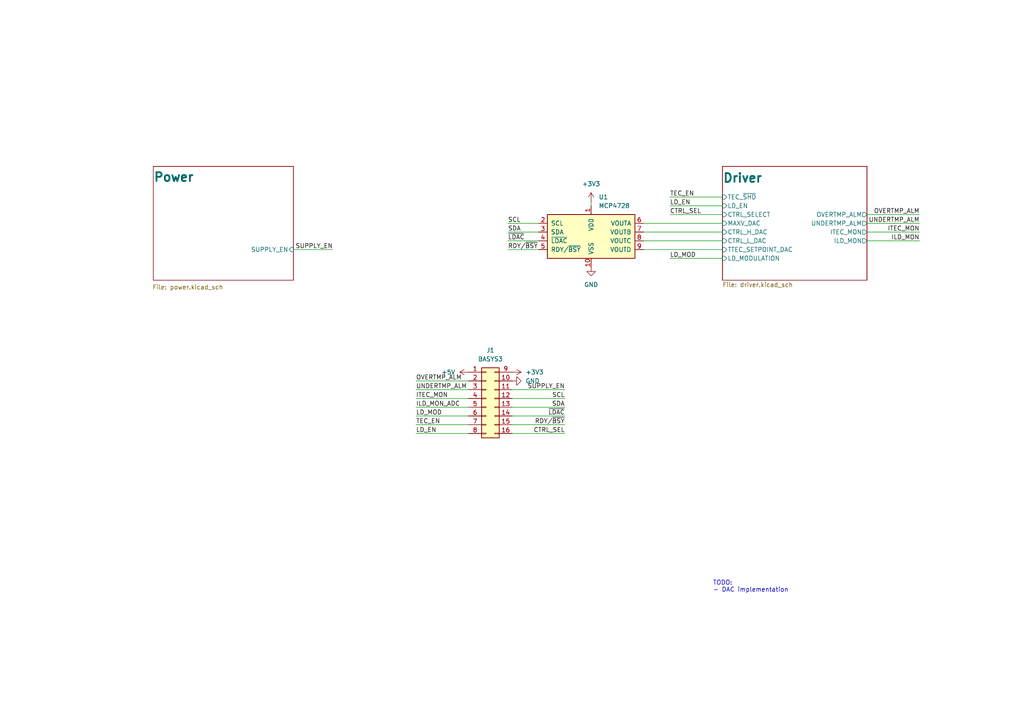
<source format=kicad_sch>
(kicad_sch (version 20231120) (generator "eeschema") (generator_version "8.0")
  (paper "A4")
  (title_block (title "Laser Diode Driver") (date "2024-03-27") (comment 1 "Mirco Tollardo"))
  (lib_symbols
    (symbol "Analog_DAC:MCP4728" (pin_names (offset 1.016))
      (property "Reference" "U" (at -12.7 6.35 0))
      (property "Value" "MCP4728" (at 12.7 6.35 0))
      (symbol "MCP4728_0_1"
        (rectangle (start -12.7 5.08) (end 12.7 -7.62) (stroke (width 0.254)) (fill (type background)))
      )
      (symbol "MCP4728_1_1"
        (pin power_in line (at 0 7.62 270) (length 2.54) (name "VDD") (number "1"))
        (pin power_in line (at 0 -10.16 90) (length 2.54) (name "VSS") (number "10"))
        (pin input line (at -15.24 2.54 0) (length 2.54) (name "SCL") (number "2"))
        (pin bidirectional line (at -15.24 0 0) (length 2.54) (name "SDA") (number "3"))
        (pin input line (at -15.24 -2.54 0) (length 2.54) (name "~{LDAC}") (number "4"))
        (pin output line (at -15.24 -5.08 0) (length 2.54) (name "RDY/~{BSY}") (number "5"))
        (pin output line (at 15.24 2.54 180) (length 2.54) (name "VOUTA") (number "6"))
        (pin output line (at 15.24 0 180) (length 2.54) (name "VOUTB") (number "7"))
        (pin output line (at 15.24 -2.54 180) (length 2.54) (name "VOUTC") (number "8"))
        (pin output line (at 15.24 -5.08 180) (length 2.54) (name "VOUTD") (number "9"))
      )
    )
    (symbol "Connector_Generic:Conn_02x08_Top_Bottom" (pin_names (offset 1.016) hide)
      (property "Reference" "J" (at 1.27 10.16 0))
      (property "Value" "Conn_02x08_Top_Bottom" (at 1.27 -12.7 0))
      (symbol "Conn_02x08_Top_Bottom_1_1"
        (rectangle (start -1.27 -10.033) (end 0 -10.287) (stroke (width 0.1524)))
        (rectangle (start -1.27 -7.493) (end 0 -7.747) (stroke (width 0.1524)))
        (rectangle (start -1.27 -4.953) (end 0 -5.207) (stroke (width 0.1524)))
        (rectangle (start -1.27 -2.413) (end 0 -2.667) (stroke (width 0.1524)))
        (rectangle (start -1.27 0.127) (end 0 -0.127) (stroke (width 0.1524)))
        (rectangle (start -1.27 2.667) (end 0 2.413) (stroke (width 0.1524)))
        (rectangle (start -1.27 5.207) (end 0 4.953) (stroke (width 0.1524)))
        (rectangle (start -1.27 7.747) (end 0 7.493) (stroke (width 0.1524)))
        (rectangle (start -1.27 8.89) (end 3.81 -11.43) (stroke (width 0.254)) (fill (type background)))
        (rectangle (start 3.81 -10.033) (end 2.54 -10.287) (stroke (width 0.1524)))
        (rectangle (start 3.81 -7.493) (end 2.54 -7.747) (stroke (width 0.1524)))
        (rectangle (start 3.81 -4.953) (end 2.54 -5.207) (stroke (width 0.1524)))
        (rectangle (start 3.81 -2.413) (end 2.54 -2.667) (stroke (width 0.1524)))
        (rectangle (start 3.81 0.127) (end 2.54 -0.127) (stroke (width 0.1524)))
        (rectangle (start 3.81 2.667) (end 2.54 2.413) (stroke (width 0.1524)))
        (rectangle (start 3.81 5.207) (end 2.54 4.953) (stroke (width 0.1524)))
        (rectangle (start 3.81 7.747) (end 2.54 7.493) (stroke (width 0.1524)))
        (pin passive line (at -5.08 7.62 0) (length 3.81) (name "Pin_1") (number "1"))
        (pin passive line (at 7.62 5.08 180) (length 3.81) (name "Pin_10") (number "10"))
        (pin passive line (at 7.62 2.54 180) (length 3.81) (name "Pin_11") (number "11"))
        (pin passive line (at 7.62 0 180) (length 3.81) (name "Pin_12") (number "12"))
        (pin passive line (at 7.62 -2.54 180) (length 3.81) (name "Pin_13") (number "13"))
        (pin passive line (at 7.62 -5.08 180) (length 3.81) (name "Pin_14") (number "14"))
        (pin passive line (at 7.62 -7.62 180) (length 3.81) (name "Pin_15") (number "15"))
        (pin passive line (at 7.62 -10.16 180) (length 3.81) (name "Pin_16") (number "16"))
        (pin passive line (at -5.08 5.08 0) (length 3.81) (name "Pin_2") (number "2"))
        (pin passive line (at -5.08 2.54 0) (length 3.81) (name "Pin_3") (number "3"))
        (pin passive line (at -5.08 0 0) (length 3.81) (name "Pin_4") (number "4"))
        (pin passive line (at -5.08 -2.54 0) (length 3.81) (name "Pin_5") (number "5"))
        (pin passive line (at -5.08 -5.08 0) (length 3.81) (name "Pin_6") (number "6"))
        (pin passive line (at -5.08 -7.62 0) (length 3.81) (name "Pin_7") (number "7"))
        (pin passive line (at -5.08 -10.16 0) (length 3.81) (name "Pin_8") (number "8"))
        (pin passive line (at 7.62 7.62 180) (length 3.81) (name "Pin_9") (number "9"))
      )
    )
    (symbol "power:+3V3" (power) (pin_numbers hide) (pin_names (offset 0) hide)
      (property "Value" "+3V3" (at 0 3.556 0))
      (symbol "+3V3_0_1"
        (polyline (pts (xy -0.762 1.27) (xy 0 2.54)))
        (polyline (pts (xy 0 0) (xy 0 2.54)))
        (polyline (pts (xy 0 2.54) (xy 0.762 1.27)))
      )
      (symbol "+3V3_1_1"
        (pin power_in line (at 0 0 90) (length 0) (name "~") (number "1"))
      )
    )
    (symbol "power:+5V" (power) (pin_numbers hide) (pin_names (offset 0) hide)
      (property "Value" "+5V" (at 0 3.556 0))
      (symbol "+5V_0_1"
        (polyline (pts (xy -0.762 1.27) (xy 0 2.54)))
        (polyline (pts (xy 0 0) (xy 0 2.54)))
        (polyline (pts (xy 0 2.54) (xy 0.762 1.27)))
      )
      (symbol "+5V_1_1"
        (pin power_in line (at 0 0 90) (length 0) (name "~") (number "1"))
      )
    )
    (symbol "power:GND" (power) (pin_numbers hide) (pin_names (offset 0) hide)
      (property "Value" "GND" (at 0 -3.81 0))
      (symbol "GND_0_1"
        (polyline (pts (xy 0 0) (xy 0 -1.27) (xy 1.27 -1.27) (xy 0 -2.54) (xy -1.27 -1.27) (xy 0 -1.27)))
      )
      (symbol "GND_1_1"
        (pin power_in line (at 0 0 270) (length 0) (name "~") (number "1"))
      )
    )
  )
  (wire (pts (xy 135.89 110.49) (xy 120.65 110.49)))
  (wire (pts (xy 120.65 125.73) (xy 135.89 125.73)))
  (wire (pts (xy 251.46 62.23) (xy 266.7 62.23)))
  (wire (pts (xy 147.32 69.85) (xy 156.21 69.85)))
  (wire (pts (xy 163.83 123.19) (xy 148.59 123.19)))
  (wire (pts (xy 148.59 118.11) (xy 163.83 118.11)))
  (wire (pts (xy 120.65 120.65) (xy 135.89 120.65)))
  (wire (pts (xy 85.09 72.39) (xy 96.52 72.39)))
  (wire (pts (xy 194.31 57.15) (xy 209.55 57.15)))
  (wire (pts (xy 163.83 125.73) (xy 148.59 125.73)))
  (wire (pts (xy 147.32 67.31) (xy 156.21 67.31)))
  (wire (pts (xy 147.32 72.39) (xy 156.21 72.39)))
  (wire (pts (xy 251.46 69.85) (xy 266.7 69.85)))
  (wire (pts (xy 135.89 113.03) (xy 120.65 113.03)))
  (wire (pts (xy 194.31 74.93) (xy 209.55 74.93)))
  (wire (pts (xy 186.69 69.85) (xy 209.55 69.85)))
  (wire (pts (xy 171.45 58.42) (xy 171.45 59.69)))
  (wire (pts (xy 120.65 123.19) (xy 135.89 123.19)))
  (wire (pts (xy 194.31 62.23) (xy 209.55 62.23)))
  (wire (pts (xy 251.46 64.77) (xy 266.7 64.77)))
  (wire (pts (xy 148.59 120.65) (xy 163.83 120.65)))
  (wire (pts (xy 251.46 67.31) (xy 266.7 67.31)))
  (wire (pts (xy 148.59 115.57) (xy 163.83 115.57)))
  (wire (pts (xy 186.69 72.39) (xy 209.55 72.39)))
  (wire (pts (xy 148.59 113.03) (xy 163.83 113.03)))
  (wire (pts (xy 135.89 115.57) (xy 120.65 115.57)))
  (wire (pts (xy 194.31 59.69) (xy 209.55 59.69)))
  (wire (pts (xy 186.69 67.31) (xy 209.55 67.31)))
  (wire (pts (xy 135.89 118.11) (xy 120.65 118.11)))
  (wire (pts (xy 186.69 64.77) (xy 209.55 64.77)))
  (wire (pts (xy 147.32 64.77) (xy 156.21 64.77)))
  (text "TODO:\n- DAC implementation" (at 206.756 170.18 0) (effects (font (size 1.27 1.27)) (justify left)))
  (label "CTRL_SEL" (at 163.83 125.73 180))
  (label "SCL" (at 147.32 64.77 0))
  (label "LD_EN" (at 120.65 125.73 0))
  (label "SCL" (at 163.83 115.57 180))
  (label "LD_EN" (at 194.31 59.69 0))
  (label "SDA" (at 147.32 67.31 0))
  (label "LD_MOD" (at 120.65 120.65 0))
  (label "OVERTMP_ALM" (at 266.7 62.23 180))
  (label "UNDERTMP_ALM" (at 266.7 64.77 180))
  (label "UNDERTMP_ALM" (at 120.65 113.03 0))
  (label "TEC_EN" (at 194.31 57.15 0))
  (label "SUPPLY_EN" (at 96.52 72.39 180))
  (label "ITEC_MON" (at 266.7 67.31 180))
  (label "~{LDAC}" (at 163.83 120.65 180))
  (label "ITEC_MON" (at 120.65 115.57 0))
  (label "~{LDAC}" (at 147.32 69.85 0))
  (label "ILD_MON_ADC" (at 120.65 118.11 0))
  (label "LD_MOD" (at 194.31 74.93 0))
  (label "CTRL_SEL" (at 194.31 62.23 0))
  (label "RDY/~{BSY}" (at 163.83 123.19 180))
  (label "SUPPLY_EN" (at 163.83 113.03 180))
  (label "SDA" (at 163.83 118.11 180))
  (label "OVERTMP_ALM" (at 120.65 110.49 0))
  (label "ILD_MON" (at 266.7 69.85 180))
  (label "RDY/~{BSY}" (at 147.32 72.39 0))
  (label "TEC_EN" (at 120.65 123.19 0))
  (symbol (lib_id "power:+3V3") (at 171.45 58.42 0) (unit 1)
    (property "Reference" "#PWR04" (effects (hide yes)))
    (property "Value" "+3V3" (at 171.45 53.34 0))
    (property "Description" "Power symbol creates a global label with name \"+3V3\"" (effects (hide yes)))
  )
  (symbol (lib_id "Analog_DAC:MCP4728") (at 171.45 67.31 0) (unit 1)
    (property "Reference" "U1" (at 173.6441 57.15 0) (effects (justify left)))
    (property "Value" "MCP4728" (at 173.6441 59.69 0) (effects (justify left)))
    (property "Footprint" "Package_SO:MSOP-10_3x3mm_P0.5mm" (effects (hide yes)))
    (property "Datasheet" "http://ww1.microchip.com/downloads/en/DeviceDoc/22187E.pdf" (effects (hide yes)))
    (property "Description" "12-bit digital to analog converter, quad output, 2.048V internal reference, integrated EEPROM, I2C interface" (effects (hide yes)))
  )
  (symbol (lib_id "power:GND") (at 148.59 110.49 90) (unit 1)
    (property "Reference" "#PWR03" (effects (hide yes)))
    (property "Value" "GND" (at 152.4 110.4899 90) (effects (justify right)))
    (property "Description" "Power symbol creates a global label with name \"GND\" , ground" (effects (hide yes)))
  )
  (symbol (lib_id "Connector_Generic:Conn_02x08_Top_Bottom") (at 140.97 115.57 0) (unit 1)
    (property "Reference" "J1" (at 142.24 101.6 0))
    (property "Value" "BASYS3" (at 142.24 104.14 0))
    (property "Footprint" "Connector_PinHeader_2.54mm:PinHeader_2x08_P2.54mm_Horizontal" (effects (hide yes)))
    (property "Description" "Generic connector, double row, 02x08, top/bottom pin numbering scheme (row 1: 1...pins_per_row, row2: pins_per_row+1 ... num_pins), script generated (kicad-library-utils/schlib/autogen/connector/)" (effects (hide yes)))
  )
  (symbol (lib_id "power:+3V3") (at 148.59 107.95 270) (unit 1)
    (property "Reference" "#PWR02" (effects (hide yes)))
    (property "Value" "+3V3" (at 152.4 107.9499 90) (effects (justify left)))
    (property "Description" "Power symbol creates a global label with name \"+3V3\"" (effects (hide yes)))
  )
  (symbol (lib_id "power:+5V") (at 135.89 107.95 90) (unit 1)
    (property "Reference" "#PWR01" (effects (hide yes)))
    (property "Value" "+5V" (at 132.08 107.9499 90) (effects (justify left)))
    (property "Description" "Power symbol creates a global label with name \"+5V\"" (effects (hide yes)))
  )
  (symbol (lib_id "power:GND") (at 171.45 77.47 0) (unit 1)
    (property "Reference" "#PWR05" (effects (hide yes)))
    (property "Value" "GND" (at 171.45 82.55 0))
    (property "Description" "Power symbol creates a global label with name \"GND\" , ground" (effects (hide yes)))
  )
  (sheet (at 209.55 48.26) (size 41.91 33.02) (stroke (width 0.1524))
    (property "Sheetname" "Driver" (at 209.55 53.086 0) (effects (font (size 2.54 2.54) (bold yes)) (justify left bottom)))
    (property "Sheetfile" "driver.kicad_sch" (at 209.55 81.8646 0) (effects (justify left top)))
    (pin "OVERTMP_ALM" output (at 251.46 62.23 0))
    (pin "MAXV_DAC" input (at 209.55 64.77 180))
    (pin "UNDERTMP_ALM" output (at 251.46 64.77 0))
    (pin "LD_EN" input (at 209.55 59.69 180))
    (pin "CTRL_H_DAC" input (at 209.55 67.31 180))
    (pin "CTRL_L_DAC" input (at 209.55 69.85 180))
    (pin "CTRL_SELECT" input (at 209.55 62.23 180))
    (pin "LD_MODULATION" input (at 209.55 74.93 180))
    (pin "TTEC_SETPOINT_DAC" input (at 209.55 72.39 180))
    (pin "ITEC_MON" output (at 251.46 67.31 0))
    (pin "TEC_~{SHD}" input (at 209.55 57.15 180))
    (pin "ILD_MON" output (at 251.46 69.85 0))
  )
  (sheet (at 44.45 48.26) (size 40.64 33.02) (stroke (width 0.1524))
    (property "Sheetname" "Power" (at 44.45 52.832 0) (effects (font (size 2.54 2.54) (bold yes)) (justify left bottom)))
    (property "Sheetfile" "power.kicad_sch" (at 44.196 82.55 0) (effects (justify left top)))
    (pin "SUPPLY_EN" input (at 85.09 72.39 0))
  )
)
</source>
